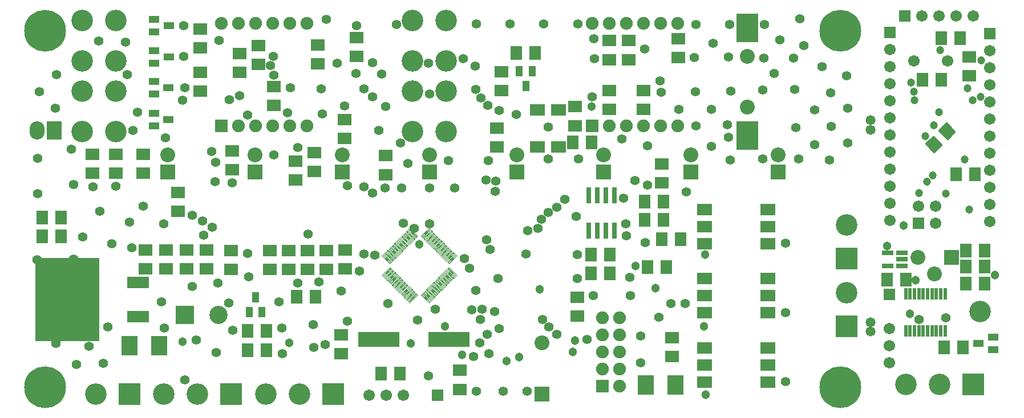
<source format=gbs>
%FSLAX43Y43*%
%MOMM*%
G71*
G01*
G75*
%ADD10C,0.300*%
%ADD11R,1.600X1.800*%
%ADD12C,0.125*%
%ADD13R,1.800X1.600*%
%ADD14C,0.400*%
%ADD15C,1.000*%
%ADD16C,0.500*%
%ADD17C,0.600*%
%ADD18C,0.254*%
%ADD19C,1.500*%
%ADD20C,1.700*%
%ADD21R,1.500X1.500*%
%ADD22C,2.000*%
%ADD23R,2.000X2.000*%
%ADD24R,2.500X2.500*%
%ADD25C,2.500*%
%ADD26C,3.000*%
%ADD27R,1.700X1.700*%
%ADD28O,2.000X2.500*%
%ADD29R,2.000X2.500*%
%ADD30R,3.000X3.000*%
%ADD31C,6.000*%
%ADD32C,1.000*%
%ADD33C,1.100*%
%ADD34C,1.200*%
%ADD35C,1.270*%
%ADD36R,2.000X1.600*%
%ADD37R,0.300X1.600*%
%ADD38R,1.450X0.550*%
%ADD39R,0.850X1.300*%
%ADD40R,2.200X2.700*%
%ADD41C,0.075*%
%ADD42R,1.300X0.850*%
%ADD43R,3.000X4.000*%
%ADD44R,0.600X2.200*%
%ADD45R,3.000X1.500*%
%ADD46R,9.300X12.200*%
%ADD47R,2.000X1.500*%
%ADD48R,6.000X2.000*%
%ADD49R,1.803X2.003*%
%ADD50R,2.003X1.803*%
%ADD51C,1.703*%
%ADD52C,1.903*%
%ADD53R,1.703X1.703*%
%ADD54C,2.203*%
%ADD55R,2.203X2.203*%
%ADD56R,2.703X2.703*%
%ADD57C,2.703*%
%ADD58C,3.203*%
%ADD59R,1.903X1.903*%
%ADD60O,2.203X2.703*%
%ADD61R,2.203X2.703*%
%ADD62R,3.203X3.203*%
%ADD63C,6.203*%
%ADD64C,1.203*%
%ADD65C,1.303*%
%ADD66C,1.403*%
%ADD67C,1.473*%
%ADD68R,2.203X1.803*%
%ADD69R,0.503X1.803*%
%ADD70R,1.653X0.753*%
%ADD71R,1.053X1.503*%
%ADD72R,2.403X2.903*%
%ADD73R,1.503X1.053*%
%ADD74R,3.203X4.203*%
%ADD75R,0.803X2.403*%
%ADD76R,3.203X1.703*%
%ADD77R,9.503X12.403*%
%ADD78R,2.203X1.703*%
%ADD79R,6.203X2.203*%
D12*
X55197Y24782D02*
X55464Y25049D01*
X56651Y23863D01*
X56384Y23595D01*
X55197Y24782D01*
X55344D02*
X55464Y24902D01*
X56504Y23863D01*
X56384Y23743D01*
X55344Y24782D01*
X55469Y24759D02*
X56379Y23885D01*
X63117Y21105D02*
X63384Y21372D01*
X64571Y20186D01*
X64303Y19918D01*
X63117Y21105D01*
X63264D02*
X63384Y21225D01*
X64423Y20186D01*
X64303Y20066D01*
X63264Y21105D01*
X63389Y21082D02*
X64299Y20208D01*
X62763Y20751D02*
X63031Y21019D01*
X64217Y19832D01*
X63950Y19565D01*
X62763Y20751D01*
X62910D02*
X63031Y20872D01*
X64070Y19832D01*
X63950Y19712D01*
X62910Y20751D01*
X63035Y20729D02*
X63945Y19855D01*
X62410Y20398D02*
X62677Y20665D01*
X63864Y19479D01*
X63596Y19211D01*
X62410Y20398D01*
X62557D02*
X62677Y20518D01*
X63716Y19479D01*
X63596Y19359D01*
X62557Y20398D01*
X62682Y20375D02*
X63592Y19501D01*
X62056Y20044D02*
X62323Y20312D01*
X63510Y19125D01*
X63243Y18858D01*
X62056Y20044D01*
X62203D02*
X62323Y20164D01*
X63363Y19125D01*
X63243Y19005D01*
X62203Y20044D01*
X62328Y20022D02*
X63238Y19148D01*
X61702Y19691D02*
X61970Y19958D01*
X63157Y18772D01*
X62889Y18504D01*
X61702Y19691D01*
X61850D02*
X61970Y19811D01*
X63009Y18772D01*
X62889Y18651D01*
X61850Y19691D01*
X61974Y19668D02*
X62884Y18794D01*
X61349Y19337D02*
X61616Y19605D01*
X62803Y18418D01*
X62536Y18151D01*
X61349Y19337D01*
X61496D02*
X61616Y19457D01*
X62656Y18418D01*
X62536Y18298D01*
X61496Y19337D01*
X61621Y19315D02*
X62531Y18441D01*
X60995Y18984D02*
X61263Y19251D01*
X62449Y18064D01*
X62182Y17797D01*
X60995Y18984D01*
X61143D02*
X61263Y19104D01*
X62302Y18064D01*
X62182Y17944D01*
X61143Y18984D01*
X61267Y18961D02*
X62177Y18087D01*
X60642Y18630D02*
X60909Y18898D01*
X62096Y17711D01*
X61828Y17443D01*
X60642Y18630D01*
X60789D02*
X60909Y18750D01*
X61949Y17711D01*
X61828Y17591D01*
X60789Y18630D01*
X60914Y18608D02*
X61824Y17733D01*
X60288Y18277D02*
X60556Y18544D01*
X61742Y17357D01*
X61475Y17090D01*
X60288Y18277D01*
X60436D02*
X60556Y18397D01*
X61595Y17357D01*
X61475Y17237D01*
X60436Y18277D01*
X60560Y18254D02*
X61470Y17380D01*
X59935Y17923D02*
X60202Y18190D01*
X61389Y17004D01*
X61121Y16736D01*
X59935Y17923D01*
X60082D02*
X60202Y18043D01*
X61241Y17004D01*
X61121Y16884D01*
X60082Y17923D01*
X60207Y17900D02*
X61117Y17026D01*
X59581Y17569D02*
X59849Y17837D01*
X61035Y16650D01*
X60768Y16383D01*
X59581Y17569D01*
X59728D02*
X59849Y17690D01*
X60888Y16650D01*
X60768Y16530D01*
X59728Y17569D01*
X59853Y17547D02*
X60763Y16673D01*
X59228Y17216D02*
X59495Y17483D01*
X60682Y16297D01*
X60414Y16029D01*
X59228Y17216D01*
X59375D02*
X59495Y17336D01*
X60534Y16297D01*
X60414Y16177D01*
X59375Y17216D01*
X59500Y17193D02*
X60410Y16319D01*
X59495Y25717D02*
X59228Y25984D01*
X60414Y27171D01*
X60682Y26903D01*
X59495Y25717D01*
Y25864D02*
X59375Y25984D01*
X60414Y27023D01*
X60534Y26903D01*
X59495Y25864D01*
X59518Y25989D02*
X60392Y26899D01*
X59849Y25363D02*
X59581Y25631D01*
X60768Y26817D01*
X61035Y26550D01*
X59849Y25363D01*
Y25510D02*
X59728Y25631D01*
X60768Y26670D01*
X60888Y26550D01*
X59849Y25510D01*
X59871Y25635D02*
X60745Y26545D01*
X60202Y25010D02*
X59935Y25277D01*
X61121Y26464D01*
X61389Y26196D01*
X60202Y25010D01*
Y25157D02*
X60082Y25277D01*
X61121Y26316D01*
X61241Y26196D01*
X60202Y25157D01*
X60225Y25282D02*
X61099Y26192D01*
X60556Y24656D02*
X60288Y24923D01*
X61475Y26110D01*
X61742Y25843D01*
X60556Y24656D01*
Y24803D02*
X60436Y24923D01*
X61475Y25963D01*
X61595Y25843D01*
X60556Y24803D01*
X60578Y24928D02*
X61452Y25838D01*
X60909Y24302D02*
X60642Y24570D01*
X61828Y25757D01*
X62096Y25489D01*
X60909Y24302D01*
Y24450D02*
X60789Y24570D01*
X61828Y25609D01*
X61949Y25489D01*
X60909Y24450D01*
X60932Y24574D02*
X61806Y25484D01*
X61263Y23949D02*
X60995Y24216D01*
X62182Y25403D01*
X62449Y25136D01*
X61263Y23949D01*
Y24096D02*
X61143Y24216D01*
X62182Y25256D01*
X62302Y25136D01*
X61263Y24096D01*
X61285Y24221D02*
X62159Y25131D01*
X61616Y23595D02*
X61349Y23863D01*
X62536Y25049D01*
X62803Y24782D01*
X61616Y23595D01*
Y23743D02*
X61496Y23863D01*
X62536Y24902D01*
X62656Y24782D01*
X61616Y23743D01*
X61639Y23867D02*
X62513Y24777D01*
X61970Y23242D02*
X61702Y23509D01*
X62889Y24696D01*
X63157Y24428D01*
X61970Y23242D01*
Y23389D02*
X61850Y23509D01*
X62889Y24549D01*
X63009Y24428D01*
X61970Y23389D01*
X61992Y23514D02*
X62867Y24424D01*
X62323Y22888D02*
X62056Y23156D01*
X63243Y24342D01*
X63510Y24075D01*
X62323Y22888D01*
Y23036D02*
X62203Y23156D01*
X63243Y24195D01*
X63363Y24075D01*
X62323Y23036D01*
X62346Y23160D02*
X63220Y24070D01*
X62677Y22535D02*
X62410Y22802D01*
X63596Y23989D01*
X63864Y23721D01*
X62677Y22535D01*
Y22682D02*
X62557Y22802D01*
X63596Y23841D01*
X63716Y23721D01*
X62677Y22682D01*
X62700Y22807D02*
X63574Y23717D01*
X63031Y22181D02*
X62763Y22449D01*
X63950Y23635D01*
X64217Y23368D01*
X63031Y22181D01*
Y22328D02*
X62910Y22449D01*
X63950Y23488D01*
X64070Y23368D01*
X63031Y22328D01*
X63053Y22453D02*
X63927Y23363D01*
X63384Y21828D02*
X63117Y22095D01*
X64303Y23282D01*
X64571Y23014D01*
X63384Y21828D01*
Y21975D02*
X63264Y22095D01*
X64303Y23134D01*
X64423Y23014D01*
X63384Y21975D01*
X63407Y22100D02*
X64281Y23010D01*
X57318Y26903D02*
X57586Y27171D01*
X58772Y25984D01*
X58505Y25717D01*
X57318Y26903D01*
X57466D02*
X57586Y27023D01*
X58625Y25984D01*
X58505Y25864D01*
X57466Y26903D01*
X57590Y26881D02*
X58500Y26007D01*
X56965Y26550D02*
X57232Y26817D01*
X58419Y25631D01*
X58151Y25363D01*
X56965Y26550D01*
X57112D02*
X57232Y26670D01*
X58272Y25631D01*
X58151Y25510D01*
X57112Y26550D01*
X57237Y26527D02*
X58147Y25653D01*
X56611Y26196D02*
X56879Y26464D01*
X58065Y25277D01*
X57798Y25010D01*
X56611Y26196D01*
X56759D02*
X56879Y26316D01*
X57918Y25277D01*
X57798Y25157D01*
X56759Y26196D01*
X56883Y26174D02*
X57793Y25300D01*
X56258Y25843D02*
X56525Y26110D01*
X57712Y24923D01*
X57444Y24656D01*
X56258Y25843D01*
X56405D02*
X56525Y25963D01*
X57564Y24923D01*
X57444Y24803D01*
X56405Y25843D01*
X56530Y25820D02*
X57440Y24946D01*
X55904Y25489D02*
X56172Y25757D01*
X57358Y24570D01*
X57091Y24302D01*
X55904Y25489D01*
X56051D02*
X56172Y25609D01*
X57211Y24570D01*
X57091Y24450D01*
X56051Y25489D01*
X56176Y25467D02*
X57086Y24592D01*
X55551Y25136D02*
X55818Y25403D01*
X57005Y24216D01*
X56737Y23949D01*
X55551Y25136D01*
X55698D02*
X55818Y25256D01*
X56857Y24216D01*
X56737Y24096D01*
X55698Y25136D01*
X55823Y25113D02*
X56733Y24239D01*
X54843Y24428D02*
X55111Y24696D01*
X56298Y23509D01*
X56030Y23242D01*
X54843Y24428D01*
X54991D02*
X55111Y24549D01*
X56150Y23509D01*
X56030Y23389D01*
X54991Y24428D01*
X55116Y24406D02*
X56026Y23532D01*
X54490Y24075D02*
X54757Y24342D01*
X55944Y23156D01*
X55677Y22888D01*
X54490Y24075D01*
X54637D02*
X54757Y24195D01*
X55797Y23156D01*
X55677Y23036D01*
X54637Y24075D01*
X54762Y24052D02*
X55672Y23178D01*
X54136Y23721D02*
X54404Y23989D01*
X55590Y22802D01*
X55323Y22535D01*
X54136Y23721D01*
X54284D02*
X54404Y23841D01*
X55443Y22802D01*
X55323Y22682D01*
X54284Y23721D01*
X54408Y23699D02*
X55318Y22825D01*
X53783Y23368D02*
X54050Y23635D01*
X55237Y22449D01*
X54969Y22181D01*
X53783Y23368D01*
X53930D02*
X54050Y23488D01*
X55090Y22449D01*
X54969Y22328D01*
X53930Y23368D01*
X54055Y23345D02*
X54965Y22471D01*
X53429Y23014D02*
X53697Y23282D01*
X54883Y22095D01*
X54616Y21828D01*
X53429Y23014D01*
X53577D02*
X53697Y23134D01*
X54736Y22095D01*
X54616Y21975D01*
X53577Y23014D01*
X53701Y22992D02*
X54611Y22118D01*
X53697Y19918D02*
X53429Y20186D01*
X54616Y21372D01*
X54883Y21105D01*
X53697Y19918D01*
Y20066D02*
X53577Y20186D01*
X54616Y21225D01*
X54736Y21105D01*
X53697Y20066D01*
X53719Y20190D02*
X54593Y21100D01*
X54050Y19565D02*
X53783Y19832D01*
X54969Y21019D01*
X55237Y20751D01*
X54050Y19565D01*
Y19712D02*
X53930Y19832D01*
X54969Y20872D01*
X55090Y20751D01*
X54050Y19712D01*
X54073Y19837D02*
X54947Y20747D01*
X54404Y19211D02*
X54136Y19479D01*
X55323Y20665D01*
X55590Y20398D01*
X54404Y19211D01*
Y19359D02*
X54284Y19479D01*
X55323Y20518D01*
X55443Y20398D01*
X54404Y19359D01*
X54426Y19483D02*
X55300Y20393D01*
X54757Y18858D02*
X54490Y19125D01*
X55677Y20312D01*
X55944Y20044D01*
X54757Y18858D01*
Y19005D02*
X54637Y19125D01*
X55677Y20164D01*
X55797Y20044D01*
X54757Y19005D01*
X54780Y19130D02*
X55654Y20040D01*
X55111Y18504D02*
X54843Y18772D01*
X56030Y19958D01*
X56298Y19691D01*
X55111Y18504D01*
Y18651D02*
X54991Y18772D01*
X56030Y19811D01*
X56150Y19691D01*
X55111Y18651D01*
X55133Y18776D02*
X56008Y19686D01*
X55464Y18151D02*
X55197Y18418D01*
X56384Y19605D01*
X56651Y19337D01*
X55464Y18151D01*
Y18298D02*
X55344Y18418D01*
X56384Y19457D01*
X56504Y19337D01*
X55464Y18298D01*
X55487Y18423D02*
X56361Y19333D01*
X55818Y17797D02*
X55551Y18064D01*
X56737Y19251D01*
X57005Y18984D01*
X55818Y17797D01*
Y17944D02*
X55698Y18064D01*
X56737Y19104D01*
X56857Y18984D01*
X55818Y17944D01*
X55841Y18069D02*
X56715Y18979D01*
X56172Y17443D02*
X55904Y17711D01*
X57091Y18898D01*
X57358Y18630D01*
X56172Y17443D01*
Y17591D02*
X56051Y17711D01*
X57091Y18750D01*
X57211Y18630D01*
X56172Y17591D01*
X56194Y17715D02*
X57068Y18625D01*
X56525Y17090D02*
X56258Y17357D01*
X57444Y18544D01*
X57712Y18277D01*
X56525Y17090D01*
Y17237D02*
X56405Y17357D01*
X57444Y18397D01*
X57565Y18277D01*
X56525Y17237D01*
X56548Y17362D02*
X57422Y18272D01*
X56879Y16736D02*
X56611Y17004D01*
X57798Y18190D01*
X58065Y17923D01*
X56879Y16736D01*
Y16884D02*
X56759Y17004D01*
X57798Y18043D01*
X57918Y17923D01*
X56879Y16884D01*
X56901Y17008D02*
X57775Y17918D01*
X57232Y16383D02*
X56965Y16650D01*
X58151Y17837D01*
X58419Y17569D01*
X57232Y16383D01*
Y16530D02*
X57112Y16650D01*
X58151Y17690D01*
X58272Y17569D01*
X57232Y16530D01*
X57255Y16655D02*
X58129Y17565D01*
X57586Y16029D02*
X57318Y16297D01*
X58505Y17483D01*
X58772Y17216D01*
X57586Y16029D01*
Y16177D02*
X57466Y16297D01*
X58505Y17336D01*
X58625Y17216D01*
X57586Y16177D01*
X57608Y16301D02*
X58482Y17211D01*
D14*
X137233Y42657D02*
X138366Y41523D01*
X137374Y40531D01*
X136240Y41665D01*
X137233Y42657D01*
Y42186D02*
X137895Y41523D01*
X137374Y41003D01*
X136712Y41665D01*
X137233Y42186D01*
Y41714D02*
X137423Y41523D01*
X137374Y41474D01*
X137183Y41665D01*
X137233Y41714D01*
X137303Y41612D02*
Y41576D01*
X135253Y40677D02*
X136386Y39543D01*
X135394Y38551D01*
X134261Y39685D01*
X135253Y40677D01*
Y40206D02*
X135915Y39543D01*
X135394Y39023D01*
X134732Y39685D01*
X135253Y40206D01*
Y39734D02*
X135444Y39543D01*
X135394Y39494D01*
X135203Y39685D01*
X135253Y39734D01*
X135323Y39632D02*
Y39596D01*
D49*
X95012Y25493D02*
D03*
X97812Y25493D02*
D03*
X5812Y28693D02*
D03*
X3012Y28693D02*
D03*
X92912Y21393D02*
D03*
X95712Y21393D02*
D03*
X128412Y19493D02*
D03*
X131212Y19493D02*
D03*
X142912Y18893D02*
D03*
X140112Y18893D02*
D03*
X136888Y9407D02*
D03*
X139688Y9407D02*
D03*
X95212Y28393D02*
D03*
X92412Y28393D02*
D03*
X43612Y16993D02*
D03*
X40812Y16993D02*
D03*
X36312Y11893D02*
D03*
X33512Y11893D02*
D03*
X36312Y8993D02*
D03*
X33512Y8993D02*
D03*
X56112Y5493D02*
D03*
X53312Y5493D02*
D03*
X84513Y23182D02*
D03*
X87313Y23182D02*
D03*
X84513Y20382D02*
D03*
X87313D02*
D03*
X95212Y31093D02*
D03*
X92412Y31093D02*
D03*
X84612Y39893D02*
D03*
X81812Y39893D02*
D03*
X5805Y25891D02*
D03*
X3005Y25891D02*
D03*
X142888Y21407D02*
D03*
X140088Y21407D02*
D03*
X140112Y23793D02*
D03*
X142912Y23793D02*
D03*
X139312Y55393D02*
D03*
X136512Y55393D02*
D03*
X141512Y35193D02*
D03*
X138712Y35193D02*
D03*
X136488Y49207D02*
D03*
X133688Y49207D02*
D03*
X73388Y53207D02*
D03*
X76188Y53207D02*
D03*
D50*
X18393Y21088D02*
D03*
Y23888D02*
D03*
X36806Y21012D02*
D03*
X36806Y23812D02*
D03*
X96493Y10887D02*
D03*
Y8087D02*
D03*
X47907Y40512D02*
D03*
X47991Y23895D02*
D03*
X47991Y21095D02*
D03*
X39607Y23812D02*
D03*
X39607Y21012D02*
D03*
X45243Y21013D02*
D03*
Y23813D02*
D03*
X42443Y21013D02*
D03*
Y23813D02*
D03*
X21407Y23912D02*
D03*
X21407Y21112D02*
D03*
X24493Y21088D02*
D03*
X24493Y23888D02*
D03*
X27393Y21088D02*
D03*
X27393Y23888D02*
D03*
X31107Y23812D02*
D03*
X31107Y21012D02*
D03*
X26507Y50312D02*
D03*
X26507Y47512D02*
D03*
X23207Y32412D02*
D03*
X23207Y29612D02*
D03*
X18007Y38112D02*
D03*
X18007Y35312D02*
D03*
X26507Y56712D02*
D03*
X26507Y53912D02*
D03*
X47393Y8488D02*
D03*
Y11288D02*
D03*
X64993Y3188D02*
D03*
Y5988D02*
D03*
X70507Y42012D02*
D03*
X70507Y39212D02*
D03*
X95007Y36712D02*
D03*
X95007Y33912D02*
D03*
X90107Y55012D02*
D03*
X90107Y52212D02*
D03*
X82093Y45188D02*
D03*
X82093Y42388D02*
D03*
X87193Y44788D02*
D03*
Y47588D02*
D03*
X92293Y44788D02*
D03*
Y47588D02*
D03*
X97407Y55312D02*
D03*
X97407Y52512D02*
D03*
X87207Y55012D02*
D03*
X87207Y52212D02*
D03*
X40607Y37112D02*
D03*
X40607Y34312D02*
D03*
X43407Y38412D02*
D03*
X43407Y35612D02*
D03*
X35107Y54312D02*
D03*
X35107Y51512D02*
D03*
X47907Y43312D02*
D03*
X54007Y35112D02*
D03*
X54007Y37912D02*
D03*
X49707Y52712D02*
D03*
X49707Y55512D02*
D03*
X14007Y35312D02*
D03*
X14007Y38112D02*
D03*
X10507Y35312D02*
D03*
X10507Y38112D02*
D03*
X31207Y38612D02*
D03*
X31207Y35812D02*
D03*
X37393Y45388D02*
D03*
X37393Y48188D02*
D03*
X43907Y54412D02*
D03*
X43907Y51612D02*
D03*
X32307Y53112D02*
D03*
X32307Y50312D02*
D03*
X82493Y14088D02*
D03*
X140607Y49812D02*
D03*
X140607Y52612D02*
D03*
X82493Y16888D02*
D03*
X71207Y50437D02*
D03*
X71207Y47637D02*
D03*
D51*
X51548Y2291D02*
D03*
X128900Y35880D02*
D03*
X141260Y58700D02*
D03*
X138720D02*
D03*
X136180D02*
D03*
X133640D02*
D03*
X132408Y52000D02*
D03*
X137408Y52000D02*
D03*
X128809Y12228D02*
D03*
Y9688D02*
D03*
Y7148D02*
D03*
X56628Y2291D02*
D03*
X54088D02*
D03*
X128900Y28260D02*
D03*
Y30800D02*
D03*
Y33340D02*
D03*
Y38420D02*
D03*
Y40960D02*
D03*
Y43500D02*
D03*
Y46040D02*
D03*
Y48580D02*
D03*
Y51120D02*
D03*
Y53660D02*
D03*
X143700Y28160D02*
D03*
Y30700D02*
D03*
Y33240D02*
D03*
Y35780D02*
D03*
Y38320D02*
D03*
Y40860D02*
D03*
Y43400D02*
D03*
Y45940D02*
D03*
Y48480D02*
D03*
Y51020D02*
D03*
Y53560D02*
D03*
X135640Y30440D02*
D03*
Y27900D02*
D03*
X133100Y30440D02*
D03*
D52*
X86200Y8780D02*
D03*
X32190Y42380D02*
D03*
X34730D02*
D03*
X37270D02*
D03*
X39810D02*
D03*
X42350D02*
D03*
X29650Y57620D02*
D03*
X32190D02*
D03*
X34730D02*
D03*
X37270D02*
D03*
X39810D02*
D03*
X42350D02*
D03*
X87190Y42380D02*
D03*
X89730D02*
D03*
X92270D02*
D03*
X94810D02*
D03*
X97350D02*
D03*
X84650Y57620D02*
D03*
X87190D02*
D03*
X89730D02*
D03*
X92270D02*
D03*
X94810D02*
D03*
X97350D02*
D03*
X88740Y3700D02*
D03*
X86200Y6240D02*
D03*
X88740D02*
D03*
Y8780D02*
D03*
X86200Y11320D02*
D03*
X88740D02*
D03*
X86200Y13860D02*
D03*
X88740D02*
D03*
D53*
X128900Y56200D02*
D03*
X131100Y58700D02*
D03*
X128809Y17308D02*
D03*
X61708Y2291D02*
D03*
X143700Y56100D02*
D03*
X133100Y27900D02*
D03*
D54*
X133000Y22800D02*
D03*
X135500Y20300D02*
D03*
X77200Y10110D02*
D03*
X107700Y45150D02*
D03*
Y52650D02*
D03*
X112283Y38011D02*
D03*
X99340D02*
D03*
X86398D02*
D03*
X73455D02*
D03*
X60512D02*
D03*
X47569D02*
D03*
X34626D02*
D03*
X21683D02*
D03*
D55*
X138000Y22800D02*
D03*
X77200Y2475D02*
D03*
X112283Y35511D02*
D03*
X99340Y35511D02*
D03*
X86398Y35511D02*
D03*
X73455Y35511D02*
D03*
X60512Y35511D02*
D03*
X47569D02*
D03*
X34626Y35511D02*
D03*
X21683Y35511D02*
D03*
D56*
X24199Y14207D02*
D03*
D57*
X29199D02*
D03*
D58*
X8999Y41509D02*
D03*
X13999D02*
D03*
X8999Y47509D02*
D03*
X13999Y47509D02*
D03*
X62999Y47509D02*
D03*
X57999D02*
D03*
X62999Y41509D02*
D03*
X57999D02*
D03*
Y52009D02*
D03*
X62999D02*
D03*
X57999Y58009D02*
D03*
X62999D02*
D03*
X8999D02*
D03*
X13999Y52009D02*
D03*
X8999Y52009D02*
D03*
X13999Y58009D02*
D03*
X11006Y2508D02*
D03*
X122408Y17512D02*
D03*
Y27606D02*
D03*
X26101Y2499D02*
D03*
X36201D02*
D03*
X41201D02*
D03*
X131225Y3899D02*
D03*
X136225D02*
D03*
X21101Y2499D02*
D03*
X142250Y14725D02*
D03*
D59*
X84650Y42380D02*
D03*
X29650D02*
D03*
X86200Y3700D02*
D03*
D60*
X2289Y41692D02*
D03*
D61*
X4789D02*
D03*
D62*
X16006Y2508D02*
D03*
X122408Y12512D02*
D03*
Y22606D02*
D03*
X31101Y2499D02*
D03*
X46201D02*
D03*
X141225Y3899D02*
D03*
D63*
X3500Y56500D02*
D03*
X121500D02*
D03*
Y3500D02*
D03*
X3500D02*
D03*
D64*
X140375Y47950D02*
D03*
X134125Y40800D02*
D03*
X142375Y52100D02*
D03*
X136300Y53650D02*
D03*
X133775Y49125D02*
D03*
X135404Y42400D02*
D03*
X141150Y46125D02*
D03*
X137150Y32300D02*
D03*
X132482Y46175D02*
D03*
X136125Y44400D02*
D03*
X142325Y46675D02*
D03*
X139925Y37325D02*
D03*
X135250Y35000D02*
D03*
X134375Y34050D02*
D03*
X133175Y32400D02*
D03*
X140600Y29925D02*
D03*
X132025Y48825D02*
D03*
X132400Y47450D02*
D03*
D65*
X94025Y18200D02*
D03*
X101550Y2400D02*
D03*
X101300Y12525D02*
D03*
X144475Y20200D02*
D03*
X130850Y27525D02*
D03*
X131857Y14434D02*
D03*
X132700Y19400D02*
D03*
X128475Y24475D02*
D03*
X39675Y10100D02*
D03*
X23900Y10275D02*
D03*
X101400Y23225D02*
D03*
X76900Y18025D02*
D03*
X91100Y21525D02*
D03*
X84600Y45225D02*
D03*
X71925Y7400D02*
D03*
X73850Y8000D02*
D03*
X81825Y8725D02*
D03*
X82100Y10450D02*
D03*
X59025Y24725D02*
D03*
X62825Y12525D02*
D03*
X57775Y10000D02*
D03*
X65375Y8300D02*
D03*
D66*
X113400Y4325D02*
D03*
Y14575D02*
D03*
Y24900D02*
D03*
X104925Y40650D02*
D03*
X89100Y40425D02*
D03*
X89675Y27825D02*
D03*
X89725Y26000D02*
D03*
X82450Y23200D02*
D03*
X76600Y27100D02*
D03*
X24250Y4575D02*
D03*
X13400Y24850D02*
D03*
X17200Y44425D02*
D03*
X43325Y9450D02*
D03*
X48375Y13350D02*
D03*
X45075Y9825D02*
D03*
X74875Y23275D02*
D03*
X58275Y27150D02*
D03*
X75125Y26800D02*
D03*
X56625Y27900D02*
D03*
X60525Y27750D02*
D03*
X69550Y24000D02*
D03*
X69025Y25450D02*
D03*
X66425Y21200D02*
D03*
X70200Y14775D02*
D03*
X60325Y5175D02*
D03*
X58750Y13450D02*
D03*
X66775Y15025D02*
D03*
X68075Y13600D02*
D03*
X77325Y13550D02*
D03*
X77100Y28475D02*
D03*
X28250Y27250D02*
D03*
X70900Y12225D02*
D03*
X78250Y12425D02*
D03*
X78175Y29475D02*
D03*
X26850Y28225D02*
D03*
X69100Y11350D02*
D03*
X79400D02*
D03*
X79425Y30275D02*
D03*
X25325Y29100D02*
D03*
X67950Y10100D02*
D03*
X80600Y31425D02*
D03*
X18025Y30450D02*
D03*
X70850Y44675D02*
D03*
X92850Y33525D02*
D03*
X70275Y32600D02*
D03*
X91025Y34200D02*
D03*
X69175Y45375D02*
D03*
X68175Y46475D02*
D03*
X84625Y46650D02*
D03*
X94900Y47325D02*
D03*
X67350Y47750D02*
D03*
X67325Y51200D02*
D03*
X99825Y52525D02*
D03*
X84975Y52325D02*
D03*
X65525Y52300D02*
D03*
X39425Y44275D02*
D03*
X111650Y50175D02*
D03*
X53400Y50075D02*
D03*
X52975Y41675D02*
D03*
X44650Y44150D02*
D03*
X46850Y51650D02*
D03*
X36950Y51325D02*
D03*
X56225Y39825D02*
D03*
X55600Y57450D02*
D03*
X73425Y44075D02*
D03*
X30850Y46250D02*
D03*
X47950Y45300D02*
D03*
X53975Y45250D02*
D03*
X53925Y33100D02*
D03*
X49707Y57232D02*
D03*
X52025Y32375D02*
D03*
X10550Y33325D02*
D03*
X50775Y33275D02*
D03*
X13925Y33375D02*
D03*
X48375Y33500D02*
D03*
X31225Y33900D02*
D03*
X28200Y38575D02*
D03*
X52025Y46650D02*
D03*
X32307Y46807D02*
D03*
X50800Y47850D02*
D03*
X44425Y47825D02*
D03*
X41000Y39175D02*
D03*
X49650Y50175D02*
D03*
X37425Y49875D02*
D03*
X37450Y38075D02*
D03*
X94775Y49075D02*
D03*
X39900Y48000D02*
D03*
X24175D02*
D03*
X92425Y53775D02*
D03*
X37350Y52700D02*
D03*
X24050Y52650D02*
D03*
X24074Y57276D02*
D03*
X96325Y15900D02*
D03*
X84850Y17100D02*
D03*
X68360Y15115D02*
D03*
X90350Y17100D02*
D03*
X16325Y24200D02*
D03*
X9025Y25875D02*
D03*
X50825Y23300D02*
D03*
X43275Y12800D02*
D03*
X61375Y15075D02*
D03*
X30700Y16050D02*
D03*
X27000Y26075D02*
D03*
X42475Y26225D02*
D03*
X70350Y34150D02*
D03*
X69225Y37200D02*
D03*
X68950Y34300D02*
D03*
X56425Y33100D02*
D03*
X60550D02*
D03*
X64300Y33125D02*
D03*
X82325Y28875D02*
D03*
X89350Y31600D02*
D03*
X92525Y24975D02*
D03*
X98625Y32500D02*
D03*
X98500Y15975D02*
D03*
X94550Y13900D02*
D03*
X91900Y11125D02*
D03*
X91875Y7100D02*
D03*
X83925Y10600D02*
D03*
X90225Y19800D02*
D03*
X82500Y19700D02*
D03*
X70675D02*
D03*
X67400Y17925D02*
D03*
X65700Y22650D02*
D03*
X67025Y8100D02*
D03*
X69350Y8500D02*
D03*
X50100Y20750D02*
D03*
X47400Y17800D02*
D03*
X52375Y23100D02*
D03*
X40950Y19000D02*
D03*
X44100Y19125D02*
D03*
X38175Y16200D02*
D03*
X33700Y19950D02*
D03*
X33500Y23425D02*
D03*
X29100Y18950D02*
D03*
X28900Y8650D02*
D03*
X31300Y11925D02*
D03*
X38575Y12300D02*
D03*
X38700Y8475D02*
D03*
X5150Y50000D02*
D03*
X2600Y47450D02*
D03*
X5025Y45000D02*
D03*
X2400Y37550D02*
D03*
Y32275D02*
D03*
X7350Y38900D02*
D03*
X7725Y33600D02*
D03*
X11600Y29625D02*
D03*
X16000Y28050D02*
D03*
X21075Y27800D02*
D03*
X28700Y34025D02*
D03*
X28800Y36925D02*
D03*
X23900Y46125D02*
D03*
X29300Y55050D02*
D03*
X45200Y58150D02*
D03*
X52100Y51725D02*
D03*
X67500Y57500D02*
D03*
X72500D02*
D03*
X77500Y57500D02*
D03*
X84900Y55325D02*
D03*
X60400Y51675D02*
D03*
X60500Y47075D02*
D03*
X11450Y55000D02*
D03*
X16475Y41700D02*
D03*
X15625Y50000D02*
D03*
X15425Y54800D02*
D03*
X5000Y19925D02*
D03*
X9950Y19900D02*
D03*
X7500Y17475D02*
D03*
X5150Y15000D02*
D03*
X10000Y15025D02*
D03*
X7550Y12500D02*
D03*
X2750Y17400D02*
D03*
X2700Y12375D02*
D03*
X5100Y10000D02*
D03*
X9950Y9600D02*
D03*
X12775Y12500D02*
D03*
X7675Y22500D02*
D03*
X2300Y22450D02*
D03*
X8125Y6900D02*
D03*
X12100Y7025D02*
D03*
X21150Y12300D02*
D03*
X20700Y16150D02*
D03*
X25350Y18500D02*
D03*
X25900Y10550D02*
D03*
X33550Y44000D02*
D03*
X122400Y49825D02*
D03*
X118800Y51150D02*
D03*
X115500Y58275D02*
D03*
X112550Y55100D02*
D03*
X114550Y52400D02*
D03*
X114750Y47800D02*
D03*
X114875Y42100D02*
D03*
X115300Y37425D02*
D03*
X117700Y39575D02*
D03*
X117650Y44700D02*
D03*
X120025Y47300D02*
D03*
X120175Y42300D02*
D03*
X119900Y37250D02*
D03*
X122600Y39825D02*
D03*
X122625Y45000D02*
D03*
X105125Y37300D02*
D03*
X110000Y37425D02*
D03*
X102400Y39325D02*
D03*
X92900Y39400D02*
D03*
X82650Y37400D02*
D03*
X109975Y47700D02*
D03*
X105250Y47500D02*
D03*
X100000Y47450D02*
D03*
X97575Y44800D02*
D03*
X102400D02*
D03*
X100100Y42350D02*
D03*
X104750Y42500D02*
D03*
X110150Y52400D02*
D03*
X104925Y52600D02*
D03*
X102600Y54625D02*
D03*
X100075Y57400D02*
D03*
X105100Y57450D02*
D03*
X110275Y57400D02*
D03*
X137149Y13825D02*
D03*
X133149Y13525D02*
D03*
X63325Y37200D02*
D03*
X57300Y36750D02*
D03*
X82525Y57500D02*
D03*
X21350Y40600D02*
D03*
X116100Y54300D02*
D03*
X78175Y42200D02*
D03*
Y37400D02*
D03*
X75025Y2900D02*
D03*
X71450D02*
D03*
X67500Y2900D02*
D03*
X54361Y15900D02*
D03*
D67*
X126000Y11800D02*
D03*
Y13175D02*
D03*
Y41750D02*
D03*
Y43200D02*
D03*
D68*
X101325Y4260D02*
D03*
Y6800D02*
D03*
Y9340D02*
D03*
X110725D02*
D03*
Y6800D02*
D03*
Y4260D02*
D03*
Y14560D02*
D03*
Y17100D02*
D03*
Y19640D02*
D03*
X101325D02*
D03*
Y17100D02*
D03*
Y14560D02*
D03*
Y24860D02*
D03*
Y27400D02*
D03*
Y29940D02*
D03*
X110725D02*
D03*
Y27400D02*
D03*
Y24860D02*
D03*
D69*
X131207Y17357D02*
D03*
X137057Y17357D02*
D03*
X131857Y11857D02*
D03*
X133157Y11857D02*
D03*
X137057Y11857D02*
D03*
X136407Y11857D02*
D03*
X135757D02*
D03*
X135107D02*
D03*
X134457D02*
D03*
X133807D02*
D03*
X131207D02*
D03*
X136407Y17357D02*
D03*
X135757Y17357D02*
D03*
X135107Y17357D02*
D03*
X134457D02*
D03*
X133807D02*
D03*
X133157D02*
D03*
X132507D02*
D03*
X131857D02*
D03*
X132507Y11857D02*
D03*
D70*
X128525Y23450D02*
D03*
Y21550D02*
D03*
X130675D02*
D03*
Y22500D02*
D03*
Y23450D02*
D03*
D71*
X74802Y48302D02*
D03*
X73852Y50502D02*
D03*
X75752D02*
D03*
X33748Y14698D02*
D03*
X35648Y14698D02*
D03*
X34698Y16898D02*
D03*
D72*
X20400Y9700D02*
D03*
X16000D02*
D03*
X97000Y3800D02*
D03*
X92600D02*
D03*
D73*
X144202Y9048D02*
D03*
X144202Y10948D02*
D03*
X142002Y9998D02*
D03*
X21806Y52602D02*
D03*
X19606Y51652D02*
D03*
Y53552D02*
D03*
X21848Y57276D02*
D03*
X19648Y56326D02*
D03*
Y58226D02*
D03*
X21798Y48002D02*
D03*
X19598Y47052D02*
D03*
Y48952D02*
D03*
X21798Y43302D02*
D03*
X19598Y42352D02*
D03*
Y44252D02*
D03*
D74*
X107700Y56900D02*
D03*
Y40900D02*
D03*
D75*
X87930Y26750D02*
D03*
X86660D02*
D03*
X85390Y26750D02*
D03*
X84120Y26750D02*
D03*
X87930Y32000D02*
D03*
X86660Y32000D02*
D03*
X85390D02*
D03*
X84120Y32000D02*
D03*
D76*
X17253Y13978D02*
D03*
X17253Y19058D02*
D03*
D77*
X6753Y16518D02*
D03*
D78*
X79700Y44750D02*
D03*
X76500D02*
D03*
Y39250D02*
D03*
X79700D02*
D03*
D79*
X63400Y10600D02*
D03*
X53000D02*
D03*
M02*

</source>
